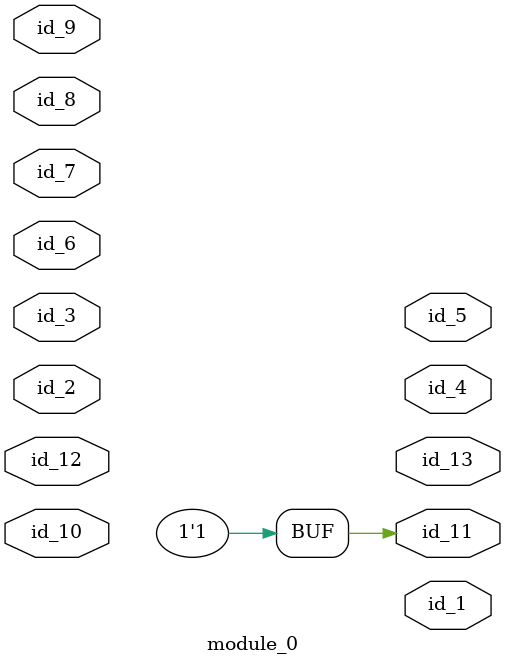
<source format=v>
module module_0 (
    id_1,
    id_2,
    id_3,
    id_4,
    id_5,
    id_6,
    id_7,
    id_8,
    id_9,
    id_10,
    id_11,
    id_12,
    id_13
);
  output id_13;
  inout id_12;
  output id_11;
  inout id_10;
  input id_9;
  input id_8;
  input id_7;
  inout id_6;
  output id_5;
  output id_4;
  inout id_3;
  inout id_2;
  output id_1;
  assign id_11 = 1;
endmodule

</source>
